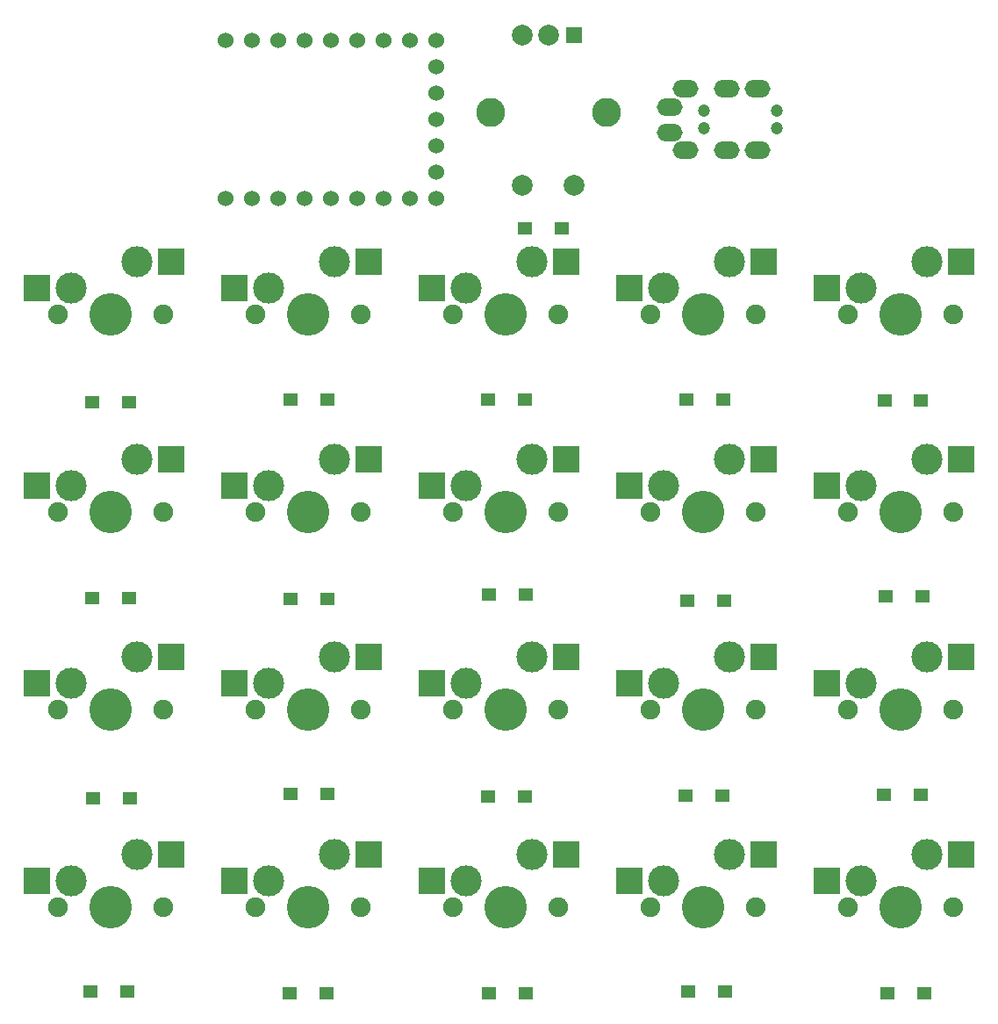
<source format=gbr>
%TF.GenerationSoftware,KiCad,Pcbnew,7.0.8*%
%TF.CreationDate,2023-10-28T15:05:56+09:00*%
%TF.ProjectId,jisaku20rp_right_re,6a697361-6b75-4323-9072-705f72696768,rev?*%
%TF.SameCoordinates,Original*%
%TF.FileFunction,Soldermask,Bot*%
%TF.FilePolarity,Negative*%
%FSLAX46Y46*%
G04 Gerber Fmt 4.6, Leading zero omitted, Abs format (unit mm)*
G04 Created by KiCad (PCBNEW 7.0.8) date 2023-10-28 15:05:56*
%MOMM*%
%LPD*%
G01*
G04 APERTURE LIST*
%ADD10R,1.500000X1.500000*%
%ADD11C,2.000000*%
%ADD12C,2.800000*%
%ADD13C,1.200000*%
%ADD14O,2.500000X1.700000*%
%ADD15C,1.900000*%
%ADD16C,3.000000*%
%ADD17C,4.100000*%
%ADD18R,2.550000X2.500000*%
%ADD19C,1.524000*%
%ADD20R,1.400000X1.300000*%
G04 APERTURE END LIST*
D10*
%TO.C,SW21*%
X44760000Y26940000D03*
D11*
X39760000Y26940000D03*
X42260000Y26940000D03*
D12*
X47860000Y19440000D03*
X36660000Y19440000D03*
D11*
X44760000Y12440000D03*
X39760000Y12440000D03*
%TD*%
D13*
%TO.C,J1*%
X64240000Y19640000D03*
X57240000Y19640000D03*
X64240000Y17890000D03*
X57240000Y17890000D03*
D14*
X53940000Y19990000D03*
X53940000Y17540000D03*
X62440000Y21740000D03*
X62440000Y15790000D03*
X59440000Y21740000D03*
X59440000Y15790000D03*
X55440000Y21740000D03*
X55440000Y15790000D03*
%TD*%
D15*
%TO.C,SW15*%
X71120000Y-38100000D03*
D16*
X72390000Y-35560000D03*
D17*
X76200000Y-38100000D03*
D16*
X78740000Y-33020000D03*
D15*
X81280000Y-38100000D03*
D18*
X69115000Y-35560000D03*
X82042000Y-33020000D03*
%TD*%
D15*
%TO.C,SW1*%
X-5080000Y0D03*
D16*
X-3810000Y2540000D03*
D17*
X0Y0D03*
D16*
X2540000Y5080000D03*
D15*
X5080000Y0D03*
D18*
X-7085000Y2540000D03*
X5842000Y5080000D03*
%TD*%
D15*
%TO.C,SW14*%
X52070000Y-38100000D03*
D16*
X53340000Y-35560000D03*
D17*
X57150000Y-38100000D03*
D16*
X59690000Y-33020000D03*
D15*
X62230000Y-38100000D03*
D18*
X50065000Y-35560000D03*
X62992000Y-33020000D03*
%TD*%
D15*
%TO.C,SW2*%
X13970000Y0D03*
D16*
X15240000Y2540000D03*
D17*
X19050000Y0D03*
D16*
X21590000Y5080000D03*
D15*
X24130000Y0D03*
D18*
X11965000Y2540000D03*
X24892000Y5080000D03*
%TD*%
D15*
%TO.C,SW17*%
X13970000Y-57150000D03*
D16*
X15240000Y-54610000D03*
D17*
X19050000Y-57150000D03*
D16*
X21590000Y-52070000D03*
D15*
X24130000Y-57150000D03*
D18*
X11965000Y-54610000D03*
X24892000Y-52070000D03*
%TD*%
D19*
%TO.C,U2*%
X11110000Y26410000D03*
X13650000Y26410000D03*
X16190000Y26410000D03*
X18730000Y26410000D03*
X21270000Y26410000D03*
X23810000Y26410000D03*
X26350000Y26410000D03*
X28890000Y26410000D03*
X31430000Y26410000D03*
X31430000Y23870000D03*
X31430000Y21330000D03*
X31430000Y18790000D03*
X31430000Y16250000D03*
X31430000Y13710000D03*
X31430000Y11170000D03*
X28890000Y11170000D03*
X26350000Y11170000D03*
X23810000Y11170000D03*
X21270000Y11170000D03*
X18730000Y11170000D03*
X16190000Y11170000D03*
X13650000Y11170000D03*
X11110000Y11170000D03*
%TD*%
D15*
%TO.C,SW5*%
X71120000Y0D03*
D16*
X72390000Y2540000D03*
D17*
X76200000Y0D03*
D16*
X78740000Y5080000D03*
D15*
X81280000Y0D03*
D18*
X69115000Y2540000D03*
X82042000Y5080000D03*
%TD*%
D15*
%TO.C,SW7*%
X13970000Y-19050000D03*
D16*
X15240000Y-16510000D03*
D17*
X19050000Y-19050000D03*
D16*
X21590000Y-13970000D03*
D15*
X24130000Y-19050000D03*
D18*
X11965000Y-16510000D03*
X24892000Y-13970000D03*
%TD*%
D15*
%TO.C,SW20*%
X71120000Y-57150000D03*
D16*
X72390000Y-54610000D03*
D17*
X76200000Y-57150000D03*
D16*
X78740000Y-52070000D03*
D15*
X81280000Y-57150000D03*
D18*
X69115000Y-54610000D03*
X82042000Y-52070000D03*
%TD*%
D15*
%TO.C,SW8*%
X33020000Y-19050000D03*
D16*
X34290000Y-16510000D03*
D17*
X38100000Y-19050000D03*
D16*
X40640000Y-13970000D03*
D15*
X43180000Y-19050000D03*
D18*
X31015000Y-16510000D03*
X43942000Y-13970000D03*
%TD*%
D15*
%TO.C,SW10*%
X71120000Y-19050000D03*
D16*
X72390000Y-16510000D03*
D17*
X76200000Y-19050000D03*
D16*
X78740000Y-13970000D03*
D15*
X81280000Y-19050000D03*
D18*
X69115000Y-16510000D03*
X82042000Y-13970000D03*
%TD*%
D15*
%TO.C,SW3*%
X33020000Y0D03*
D16*
X34290000Y2540000D03*
D17*
X38100000Y0D03*
D16*
X40640000Y5080000D03*
D15*
X43180000Y0D03*
D18*
X31015000Y2540000D03*
X43942000Y5080000D03*
%TD*%
D15*
%TO.C,SW16*%
X-5080000Y-57150000D03*
D16*
X-3810000Y-54610000D03*
D17*
X0Y-57150000D03*
D16*
X2540000Y-52070000D03*
D15*
X5080000Y-57150000D03*
D18*
X-7085000Y-54610000D03*
X5842000Y-52070000D03*
%TD*%
D15*
%TO.C,SW18*%
X33020000Y-57150000D03*
D16*
X34290000Y-54610000D03*
D17*
X38100000Y-57150000D03*
D16*
X40640000Y-52070000D03*
D15*
X43180000Y-57150000D03*
D18*
X31015000Y-54610000D03*
X43942000Y-52070000D03*
%TD*%
D15*
%TO.C,SW12*%
X13970000Y-38100000D03*
D16*
X15240000Y-35560000D03*
D17*
X19050000Y-38100000D03*
D16*
X21590000Y-33020000D03*
D15*
X24130000Y-38100000D03*
D18*
X11965000Y-35560000D03*
X24892000Y-33020000D03*
%TD*%
D15*
%TO.C,SW9*%
X52070000Y-19050000D03*
D16*
X53340000Y-16510000D03*
D17*
X57150000Y-19050000D03*
D16*
X59690000Y-13970000D03*
D15*
X62230000Y-19050000D03*
D18*
X50065000Y-16510000D03*
X62992000Y-13970000D03*
%TD*%
D15*
%TO.C,SW11*%
X-5080000Y-38100000D03*
D16*
X-3810000Y-35560000D03*
D17*
X0Y-38100000D03*
D16*
X2540000Y-33020000D03*
D15*
X5080000Y-38100000D03*
D18*
X-7085000Y-35560000D03*
X5842000Y-33020000D03*
%TD*%
D15*
%TO.C,SW6*%
X-5080000Y-19050000D03*
D16*
X-3810000Y-16510000D03*
D17*
X0Y-19050000D03*
D16*
X2540000Y-13970000D03*
D15*
X5080000Y-19050000D03*
D18*
X-7085000Y-16510000D03*
X5842000Y-13970000D03*
%TD*%
D15*
%TO.C,SW4*%
X52070000Y0D03*
D16*
X53340000Y2540000D03*
D17*
X57150000Y0D03*
D16*
X59690000Y5080000D03*
D15*
X62230000Y0D03*
D18*
X50065000Y2540000D03*
X62992000Y5080000D03*
%TD*%
D15*
%TO.C,SW13*%
X33020000Y-38100000D03*
D16*
X34290000Y-35560000D03*
D17*
X38100000Y-38100000D03*
D16*
X40640000Y-33020000D03*
D15*
X43180000Y-38100000D03*
D18*
X31015000Y-35560000D03*
X43942000Y-33020000D03*
%TD*%
D15*
%TO.C,SW19*%
X52070000Y-57150000D03*
D16*
X53340000Y-54610000D03*
D17*
X57150000Y-57150000D03*
D16*
X59690000Y-52070000D03*
D15*
X62230000Y-57150000D03*
D18*
X50065000Y-54610000D03*
X62992000Y-52070000D03*
%TD*%
D20*
%TO.C,D15*%
X74585000Y-46332500D03*
X78135000Y-46332500D03*
%TD*%
%TO.C,D11*%
X-1705000Y-46640000D03*
X1845000Y-46640000D03*
%TD*%
%TO.C,D4*%
X55555000Y-8240000D03*
X59105000Y-8240000D03*
%TD*%
%TO.C,D6*%
X-1725000Y-27340000D03*
X1825000Y-27340000D03*
%TD*%
%TO.C,D9*%
X55665000Y-27630000D03*
X59215000Y-27630000D03*
%TD*%
%TO.C,D8*%
X36535000Y-27050000D03*
X40085000Y-27050000D03*
%TD*%
%TO.C,D20*%
X74920000Y-65430000D03*
X78470000Y-65430000D03*
%TD*%
%TO.C,D17*%
X17286250Y-65430000D03*
X20836250Y-65430000D03*
%TD*%
%TO.C,D12*%
X17367500Y-46230000D03*
X20917500Y-46230000D03*
%TD*%
%TO.C,D10*%
X74795000Y-27195000D03*
X78345000Y-27195000D03*
%TD*%
%TO.C,D5*%
X74655000Y-8300000D03*
X78205000Y-8300000D03*
%TD*%
%TO.C,D13*%
X36440000Y-46537500D03*
X39990000Y-46537500D03*
%TD*%
%TO.C,D1*%
X-1745000Y-8510000D03*
X1805000Y-8510000D03*
%TD*%
%TO.C,D14*%
X55512500Y-46435000D03*
X59062500Y-46435000D03*
%TD*%
%TO.C,D7*%
X17405000Y-27485000D03*
X20955000Y-27485000D03*
%TD*%
%TO.C,D3*%
X36455000Y-8240000D03*
X40005000Y-8240000D03*
%TD*%
%TO.C,D19*%
X55708750Y-65300000D03*
X59258750Y-65300000D03*
%TD*%
%TO.C,D18*%
X36497500Y-65430000D03*
X40047500Y-65430000D03*
%TD*%
%TO.C,D16*%
X-1925000Y-65300000D03*
X1625000Y-65300000D03*
%TD*%
%TO.C,D21*%
X39985000Y8240000D03*
X43535000Y8240000D03*
%TD*%
%TO.C,D2*%
X17355000Y-8240000D03*
X20905000Y-8240000D03*
%TD*%
M02*

</source>
